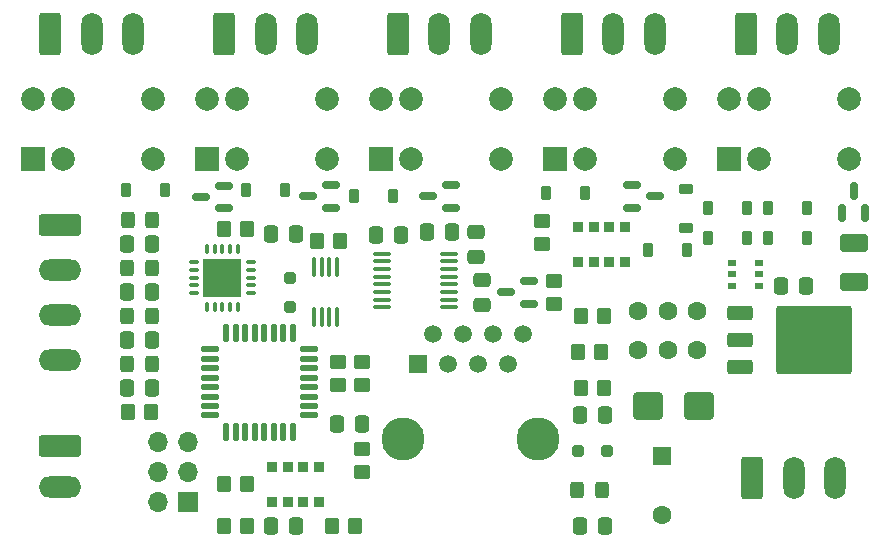
<source format=gbr>
%TF.GenerationSoftware,KiCad,Pcbnew,7.0.11+dfsg-1build4*%
%TF.CreationDate,2025-07-11T21:35:20+02:00*%
%TF.ProjectId,ParaPRZEKAZNIK,50617261-5052-45a4-954b-415a4e494b2e,rev?*%
%TF.SameCoordinates,Original*%
%TF.FileFunction,Soldermask,Top*%
%TF.FilePolarity,Negative*%
%FSLAX46Y46*%
G04 Gerber Fmt 4.6, Leading zero omitted, Abs format (unit mm)*
G04 Created by KiCad (PCBNEW 7.0.11+dfsg-1build4) date 2025-07-11 21:35:20*
%MOMM*%
%LPD*%
G01*
G04 APERTURE LIST*
G04 Aperture macros list*
%AMRoundRect*
0 Rectangle with rounded corners*
0 $1 Rounding radius*
0 $2 $3 $4 $5 $6 $7 $8 $9 X,Y pos of 4 corners*
0 Add a 4 corners polygon primitive as box body*
4,1,4,$2,$3,$4,$5,$6,$7,$8,$9,$2,$3,0*
0 Add four circle primitives for the rounded corners*
1,1,$1+$1,$2,$3*
1,1,$1+$1,$4,$5*
1,1,$1+$1,$6,$7*
1,1,$1+$1,$8,$9*
0 Add four rect primitives between the rounded corners*
20,1,$1+$1,$2,$3,$4,$5,0*
20,1,$1+$1,$4,$5,$6,$7,0*
20,1,$1+$1,$6,$7,$8,$9,0*
20,1,$1+$1,$8,$9,$2,$3,0*%
G04 Aperture macros list end*
%ADD10RoundRect,0.250000X0.337500X0.475000X-0.337500X0.475000X-0.337500X-0.475000X0.337500X-0.475000X0*%
%ADD11RoundRect,0.225000X-0.225000X-0.375000X0.225000X-0.375000X0.225000X0.375000X-0.225000X0.375000X0*%
%ADD12RoundRect,0.250000X-0.250000X-0.250000X0.250000X-0.250000X0.250000X0.250000X-0.250000X0.250000X0*%
%ADD13RoundRect,0.250000X-0.350000X-0.450000X0.350000X-0.450000X0.350000X0.450000X-0.350000X0.450000X0*%
%ADD14RoundRect,0.250000X-0.325000X-0.450000X0.325000X-0.450000X0.325000X0.450000X-0.325000X0.450000X0*%
%ADD15RoundRect,0.250000X-0.337500X-0.475000X0.337500X-0.475000X0.337500X0.475000X-0.337500X0.475000X0*%
%ADD16RoundRect,0.150000X0.587500X0.150000X-0.587500X0.150000X-0.587500X-0.150000X0.587500X-0.150000X0*%
%ADD17R,0.900000X0.900000*%
%ADD18RoundRect,0.100000X0.100000X-0.712500X0.100000X0.712500X-0.100000X0.712500X-0.100000X-0.712500X0*%
%ADD19RoundRect,0.250000X0.350000X0.450000X-0.350000X0.450000X-0.350000X-0.450000X0.350000X-0.450000X0*%
%ADD20RoundRect,0.250000X0.475000X-0.337500X0.475000X0.337500X-0.475000X0.337500X-0.475000X-0.337500X0*%
%ADD21RoundRect,0.250000X-1.550000X0.650000X-1.550000X-0.650000X1.550000X-0.650000X1.550000X0.650000X0*%
%ADD22O,3.600000X1.800000*%
%ADD23RoundRect,0.250000X0.450000X-0.350000X0.450000X0.350000X-0.450000X0.350000X-0.450000X-0.350000X0*%
%ADD24RoundRect,0.250000X-0.850000X-0.350000X0.850000X-0.350000X0.850000X0.350000X-0.850000X0.350000X0*%
%ADD25RoundRect,0.249997X-2.950003X-2.650003X2.950003X-2.650003X2.950003X2.650003X-2.950003X2.650003X0*%
%ADD26RoundRect,0.250000X-0.450000X0.350000X-0.450000X-0.350000X0.450000X-0.350000X0.450000X0.350000X0*%
%ADD27RoundRect,0.100000X0.637500X0.100000X-0.637500X0.100000X-0.637500X-0.100000X0.637500X-0.100000X0*%
%ADD28R,2.000000X2.000000*%
%ADD29C,2.000000*%
%ADD30RoundRect,0.150000X0.150000X-0.587500X0.150000X0.587500X-0.150000X0.587500X-0.150000X-0.587500X0*%
%ADD31RoundRect,0.250000X-0.650000X-1.550000X0.650000X-1.550000X0.650000X1.550000X-0.650000X1.550000X0*%
%ADD32O,1.800000X3.600000*%
%ADD33RoundRect,0.225000X0.225000X0.375000X-0.225000X0.375000X-0.225000X-0.375000X0.225000X-0.375000X0*%
%ADD34C,1.600000*%
%ADD35RoundRect,0.225000X0.375000X-0.225000X0.375000X0.225000X-0.375000X0.225000X-0.375000X-0.225000X0*%
%ADD36C,3.650000*%
%ADD37R,1.500000X1.500000*%
%ADD38C,1.500000*%
%ADD39R,0.700000X0.510000*%
%ADD40RoundRect,0.150000X-0.587500X-0.150000X0.587500X-0.150000X0.587500X0.150000X-0.587500X0.150000X0*%
%ADD41RoundRect,0.075000X-0.075000X0.337500X-0.075000X-0.337500X0.075000X-0.337500X0.075000X0.337500X0*%
%ADD42RoundRect,0.075000X-0.337500X0.075000X-0.337500X-0.075000X0.337500X-0.075000X0.337500X0.075000X0*%
%ADD43R,3.250000X3.250000*%
%ADD44RoundRect,0.250001X0.924999X-0.499999X0.924999X0.499999X-0.924999X0.499999X-0.924999X-0.499999X0*%
%ADD45RoundRect,0.125000X0.625000X0.125000X-0.625000X0.125000X-0.625000X-0.125000X0.625000X-0.125000X0*%
%ADD46RoundRect,0.125000X0.125000X0.625000X-0.125000X0.625000X-0.125000X-0.625000X0.125000X-0.625000X0*%
%ADD47RoundRect,0.250000X0.250000X-0.250000X0.250000X0.250000X-0.250000X0.250000X-0.250000X-0.250000X0*%
%ADD48RoundRect,0.250000X-1.000000X-0.900000X1.000000X-0.900000X1.000000X0.900000X-1.000000X0.900000X0*%
%ADD49R,1.700000X1.700000*%
%ADD50O,1.700000X1.700000*%
%ADD51R,1.600000X1.600000*%
G04 APERTURE END LIST*
D10*
%TO.C,C16*%
X64283500Y-54102000D03*
X62208500Y-54102000D03*
%TD*%
D11*
%TO.C,D11*%
X51182000Y-50292000D03*
X54482000Y-50292000D03*
%TD*%
%TO.C,D10*%
X41022000Y-50292000D03*
X44322000Y-50292000D03*
%TD*%
D12*
%TO.C,D3*%
X79268000Y-72390000D03*
X81768000Y-72390000D03*
%TD*%
D13*
%TO.C,R2*%
X57166000Y-54610000D03*
X59166000Y-54610000D03*
%TD*%
D14*
%TO.C,L5*%
X79239000Y-75692000D03*
X81289000Y-75692000D03*
%TD*%
D15*
%TO.C,C11*%
X79480500Y-69342000D03*
X81555500Y-69342000D03*
%TD*%
D14*
%TO.C,L4*%
X41139000Y-65024000D03*
X43189000Y-65024000D03*
%TD*%
D16*
%TO.C,Q2*%
X49276000Y-51816000D03*
X49276000Y-49916000D03*
X47401000Y-50866000D03*
%TD*%
D17*
%TO.C,RN2*%
X79280000Y-56364000D03*
X80620000Y-56364000D03*
X81940000Y-56364000D03*
X83280000Y-56364000D03*
X83280000Y-53364000D03*
X81940000Y-53364000D03*
X80620000Y-53364000D03*
X79280000Y-53364000D03*
%TD*%
D18*
%TO.C,U2*%
X56937000Y-61040500D03*
X57587000Y-61040500D03*
X58237000Y-61040500D03*
X58887000Y-61040500D03*
X58887000Y-56815500D03*
X58237000Y-56815500D03*
X57587000Y-56815500D03*
X56937000Y-56815500D03*
%TD*%
D19*
%TO.C,R3*%
X60436000Y-78740000D03*
X58436000Y-78740000D03*
%TD*%
D17*
%TO.C,RN1*%
X57372000Y-73684000D03*
X56032000Y-73684000D03*
X54712000Y-73684000D03*
X53372000Y-73684000D03*
X53372000Y-76684000D03*
X54712000Y-76684000D03*
X56032000Y-76684000D03*
X57372000Y-76684000D03*
%TD*%
D19*
%TO.C,R8*%
X81264000Y-64008000D03*
X79264000Y-64008000D03*
%TD*%
D20*
%TO.C,C12*%
X71120000Y-59965500D03*
X71120000Y-57890500D03*
%TD*%
D21*
%TO.C,J1*%
X35425500Y-53230500D03*
D22*
X35425500Y-57040500D03*
X35425500Y-60850500D03*
X35425500Y-64660500D03*
%TD*%
D23*
%TO.C,R12*%
X60960000Y-74152000D03*
X60960000Y-72152000D03*
%TD*%
D11*
%TO.C,D12*%
X60326000Y-50800000D03*
X63626000Y-50800000D03*
%TD*%
D19*
%TO.C,R9*%
X81518000Y-60960000D03*
X79518000Y-60960000D03*
%TD*%
D24*
%TO.C,U5*%
X92964000Y-60712000D03*
X92964000Y-62992000D03*
D25*
X99264000Y-62992000D03*
D24*
X92964000Y-65272000D03*
%TD*%
D26*
%TO.C,R5*%
X58928000Y-64786000D03*
X58928000Y-66786000D03*
%TD*%
D27*
%TO.C,U3*%
X68394500Y-60187000D03*
X68394500Y-59537000D03*
X68394500Y-58887000D03*
X68394500Y-58237000D03*
X68394500Y-57587000D03*
X68394500Y-56937000D03*
X68394500Y-56287000D03*
X68394500Y-55637000D03*
X62669500Y-55637000D03*
X62669500Y-56287000D03*
X62669500Y-56937000D03*
X62669500Y-57587000D03*
X62669500Y-58237000D03*
X62669500Y-58887000D03*
X62669500Y-59537000D03*
X62669500Y-60187000D03*
%TD*%
D28*
%TO.C,K3*%
X62606500Y-47619500D03*
D29*
X65146500Y-47619500D03*
X72766500Y-47619500D03*
X72766500Y-42539500D03*
X65146500Y-42539500D03*
X62606500Y-42539500D03*
%TD*%
D30*
%TO.C,Q6*%
X101666000Y-52245500D03*
X103566000Y-52245500D03*
X102616000Y-50370500D03*
%TD*%
D11*
%TO.C,D6*%
X90298000Y-54356000D03*
X93598000Y-54356000D03*
%TD*%
D31*
%TO.C,J6*%
X34617500Y-37086000D03*
D32*
X38117500Y-37086000D03*
X41617500Y-37086000D03*
%TD*%
D26*
%TO.C,R13*%
X76200000Y-52848000D03*
X76200000Y-54848000D03*
%TD*%
D15*
%TO.C,C17*%
X96498500Y-58420000D03*
X98573500Y-58420000D03*
%TD*%
D33*
%TO.C,D5*%
X98678000Y-54356000D03*
X95378000Y-54356000D03*
%TD*%
D34*
%TO.C,SW1*%
X84368000Y-60543000D03*
X86868000Y-60543000D03*
X89368000Y-60543000D03*
X84368000Y-63843000D03*
X86868000Y-63843000D03*
X89368000Y-63843000D03*
%TD*%
D35*
%TO.C,D14*%
X88392000Y-53466000D03*
X88392000Y-50166000D03*
%TD*%
D31*
%TO.C,J8*%
X64058750Y-37086000D03*
D32*
X67558750Y-37086000D03*
X71058750Y-37086000D03*
%TD*%
D11*
%TO.C,D13*%
X76582000Y-50546000D03*
X79882000Y-50546000D03*
%TD*%
D36*
%TO.C,J2*%
X64506500Y-71366000D03*
X75936500Y-71366000D03*
D37*
X65776500Y-65016000D03*
D38*
X67046500Y-62476000D03*
X68316500Y-65016000D03*
X69586500Y-62476000D03*
X70856500Y-65016000D03*
X72126500Y-62476000D03*
X73396500Y-65016000D03*
X74666500Y-62476000D03*
%TD*%
D15*
%TO.C,C1*%
X41126500Y-54864000D03*
X43201500Y-54864000D03*
%TD*%
D28*
%TO.C,K2*%
X47874500Y-47619500D03*
D29*
X50414500Y-47619500D03*
X58034500Y-47619500D03*
X58034500Y-42539500D03*
X50414500Y-42539500D03*
X47874500Y-42539500D03*
%TD*%
D13*
%TO.C,R10*%
X49292000Y-75184000D03*
X51292000Y-75184000D03*
%TD*%
D11*
%TO.C,D9*%
X85218000Y-55372000D03*
X88518000Y-55372000D03*
%TD*%
D39*
%TO.C,U6*%
X92312000Y-56454000D03*
X92312000Y-57404000D03*
X92312000Y-58354000D03*
X94632000Y-58354000D03*
X94632000Y-57404000D03*
X94632000Y-56454000D03*
%TD*%
D40*
%TO.C,Q5*%
X83898500Y-49850000D03*
X83898500Y-51750000D03*
X85773500Y-50800000D03*
%TD*%
D28*
%TO.C,K1*%
X33142500Y-47619500D03*
D29*
X35682500Y-47619500D03*
X43302500Y-47619500D03*
X43302500Y-42539500D03*
X35682500Y-42539500D03*
X33142500Y-42539500D03*
%TD*%
D15*
%TO.C,C6*%
X41126500Y-67056000D03*
X43201500Y-67056000D03*
%TD*%
%TO.C,C4*%
X41126500Y-62992000D03*
X43201500Y-62992000D03*
%TD*%
D41*
%TO.C,U1*%
X50473500Y-55250500D03*
X49823500Y-55250500D03*
X49173500Y-55250500D03*
X48523500Y-55250500D03*
X47873500Y-55250500D03*
D42*
X46736000Y-56388000D03*
X46736000Y-57038000D03*
X46736000Y-57688000D03*
X46736000Y-58338000D03*
X46736000Y-58988000D03*
D41*
X47873500Y-60125500D03*
X48523500Y-60125500D03*
X49173500Y-60125500D03*
X49823500Y-60125500D03*
X50473500Y-60125500D03*
D42*
X51611000Y-58988000D03*
X51611000Y-58338000D03*
X51611000Y-57688000D03*
X51611000Y-57038000D03*
X51611000Y-56388000D03*
D43*
X49173500Y-57688000D03*
%TD*%
D11*
%TO.C,D8*%
X95378000Y-51816000D03*
X98678000Y-51816000D03*
%TD*%
D31*
%TO.C,J4*%
X94036000Y-74676000D03*
D32*
X97536000Y-74676000D03*
X101036000Y-74676000D03*
%TD*%
D15*
%TO.C,C5*%
X66526500Y-53848000D03*
X68601500Y-53848000D03*
%TD*%
D16*
%TO.C,Q1*%
X75105500Y-59878000D03*
X75105500Y-57978000D03*
X73230500Y-58928000D03*
%TD*%
D23*
%TO.C,R6*%
X60960000Y-66786000D03*
X60960000Y-64786000D03*
%TD*%
D28*
%TO.C,K4*%
X77338500Y-47619500D03*
D29*
X79878500Y-47619500D03*
X87498500Y-47619500D03*
X87498500Y-42539500D03*
X79878500Y-42539500D03*
X77338500Y-42539500D03*
%TD*%
D14*
%TO.C,L3*%
X41139000Y-56896000D03*
X43189000Y-56896000D03*
%TD*%
D10*
%TO.C,C13*%
X81555500Y-78740000D03*
X79480500Y-78740000D03*
%TD*%
D13*
%TO.C,R11*%
X41164000Y-69088000D03*
X43164000Y-69088000D03*
%TD*%
D44*
%TO.C,C18*%
X102616000Y-58013000D03*
X102616000Y-54763000D03*
%TD*%
D21*
%TO.C,J3*%
X35425500Y-71927500D03*
D22*
X35425500Y-75427500D03*
%TD*%
D14*
%TO.C,L2*%
X41139000Y-60960000D03*
X43189000Y-60960000D03*
%TD*%
D19*
%TO.C,R14*%
X51292000Y-53594000D03*
X49292000Y-53594000D03*
%TD*%
D10*
%TO.C,C8*%
X55393500Y-78740000D03*
X53318500Y-78740000D03*
%TD*%
D28*
%TO.C,K5*%
X92070500Y-47619500D03*
D29*
X94610500Y-47619500D03*
X102230500Y-47619500D03*
X102230500Y-42539500D03*
X94610500Y-42539500D03*
X92070500Y-42539500D03*
%TD*%
D45*
%TO.C,U4*%
X56499000Y-69348000D03*
X56499000Y-68548000D03*
X56499000Y-67748000D03*
X56499000Y-66948000D03*
X56499000Y-66148000D03*
X56499000Y-65348000D03*
X56499000Y-64548000D03*
X56499000Y-63748000D03*
D46*
X55124000Y-62373000D03*
X54324000Y-62373000D03*
X53524000Y-62373000D03*
X52724000Y-62373000D03*
X51924000Y-62373000D03*
X51124000Y-62373000D03*
X50324000Y-62373000D03*
X49524000Y-62373000D03*
D45*
X48149000Y-63748000D03*
X48149000Y-64548000D03*
X48149000Y-65348000D03*
X48149000Y-66148000D03*
X48149000Y-66948000D03*
X48149000Y-67748000D03*
X48149000Y-68548000D03*
X48149000Y-69348000D03*
D46*
X49524000Y-70723000D03*
X50324000Y-70723000D03*
X51124000Y-70723000D03*
X51924000Y-70723000D03*
X52724000Y-70723000D03*
X53524000Y-70723000D03*
X54324000Y-70723000D03*
X55124000Y-70723000D03*
%TD*%
D23*
%TO.C,R4*%
X77216000Y-59944000D03*
X77216000Y-57944000D03*
%TD*%
D15*
%TO.C,C2*%
X41126500Y-58928000D03*
X43201500Y-58928000D03*
%TD*%
D16*
%TO.C,Q4*%
X68501500Y-51750000D03*
X68501500Y-49850000D03*
X66626500Y-50800000D03*
%TD*%
D47*
%TO.C,D2*%
X54864000Y-60178000D03*
X54864000Y-57678000D03*
%TD*%
D13*
%TO.C,R1*%
X49292000Y-78740000D03*
X51292000Y-78740000D03*
%TD*%
D31*
%TO.C,J10*%
X93500000Y-37086000D03*
D32*
X97000000Y-37086000D03*
X100500000Y-37086000D03*
%TD*%
D10*
%TO.C,C9*%
X60981500Y-70104000D03*
X58906500Y-70104000D03*
%TD*%
D20*
%TO.C,C7*%
X70612000Y-55901500D03*
X70612000Y-53826500D03*
%TD*%
D48*
%TO.C,D1*%
X85226000Y-68580000D03*
X89526000Y-68580000D03*
%TD*%
D49*
%TO.C,J5*%
X46228000Y-76708000D03*
D50*
X43688000Y-76708000D03*
X46228000Y-74168000D03*
X43688000Y-74168000D03*
X46228000Y-71628000D03*
X43688000Y-71628000D03*
%TD*%
D31*
%TO.C,J9*%
X78779375Y-37086000D03*
D32*
X82279375Y-37086000D03*
X85779375Y-37086000D03*
%TD*%
D16*
%TO.C,Q3*%
X58341500Y-51750000D03*
X58341500Y-49850000D03*
X56466500Y-50800000D03*
%TD*%
D11*
%TO.C,D7*%
X90298000Y-51816000D03*
X93598000Y-51816000D03*
%TD*%
D51*
%TO.C,C14*%
X86360000Y-72781349D03*
D34*
X86360000Y-77781349D03*
%TD*%
D31*
%TO.C,J7*%
X49338125Y-37086000D03*
D32*
X52838125Y-37086000D03*
X56338125Y-37086000D03*
%TD*%
D10*
%TO.C,C15*%
X55393500Y-53975000D03*
X53318500Y-53975000D03*
%TD*%
D14*
%TO.C,L1*%
X41148000Y-52832000D03*
X43198000Y-52832000D03*
%TD*%
D19*
%TO.C,R7*%
X81518000Y-67056000D03*
X79518000Y-67056000D03*
%TD*%
M02*

</source>
